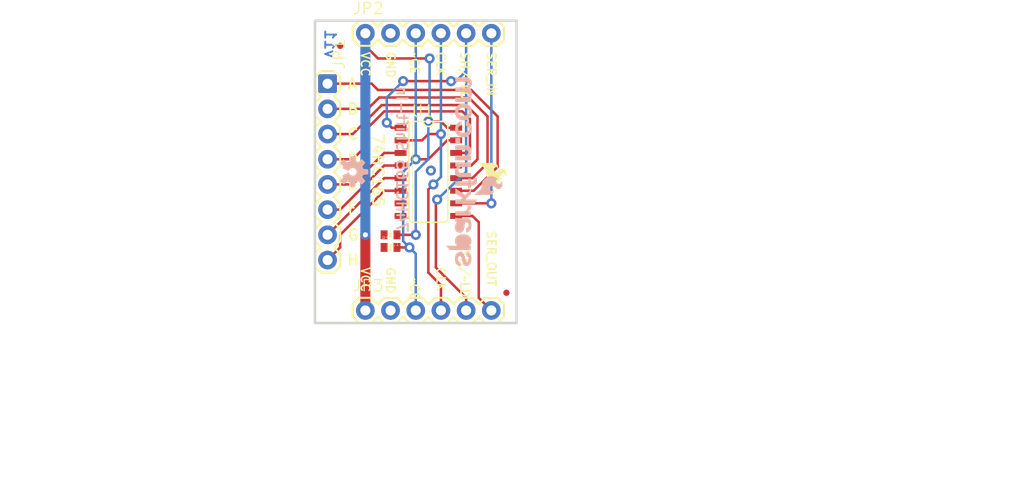
<source format=kicad_pcb>
(kicad_pcb (version 20211014) (generator pcbnew)
  (layers (0 "F.Cu" signal) (31 "B.Cu" signal) (34 "B.Paste" user) (35 "F.Paste" user) (36 "B.SilkS" user "B.Silkscreen") (37 "F.SilkS" user "F.Silkscreen") (38 "B.Mask" user) (39 "F.Mask" user) (44 "Edge.Cuts" user))
  (net 0 "")
  (net 1 "A")
  (net 2 "B")
  (net 3 "C")
  (net 4 "D")
  (net 5 "E")
  (net 6 "F")
  (net 7 "G")
  (net 8 "H")
  (net 9 "VCC")
  (net 10 "GND")
  (net 11 "SHIFT/~{LOAD}")
  (net 12 "CLK")
  (net 13 "~{CLK_ENABLE}")
  (net 14 "SERIAL_IN")
  (net 15 "SERIAL_OUT")
  (footprint "boardEagle:0402-RES" (layer "F.Cu") (at 145.9611 112.6236)
    (fp_text reference "R1" (at -0.889 -0.6985) (layer "F.SilkS") (effects (font (size 0.373888 0.373888) (thickness 0.032512)) (justify left bottom)))
    (fp_text value "10k")
    (pad "1" smd rect (at -0.65 0) (size 0.7 0.9) (layers "F.Cu" "F.Paste" "F.Mask") (net 10 "GND"))
    (pad "2" smd rect (at 0.65 0) (size 0.7 0.9) (layers "F.Cu" "F.Paste" "F.Mask") (net 13 "~{CLK_ENABLE}"))
  )
  (footprint "boardEagle:1X06" (layer "F.Cu") (at 143.4211 91.0336)
    (fp_text reference "JP2" (at -1.3462 -1.8288) (layer "F.SilkS") (effects (font (size 1.143 1.143) (thickness 0.127)) (justify left bottom)))
    (fp_text value "")
    (pad "1" thru_hole circle (at 0 0 90) (size 1.8796 1.8796) (drill 1.016) (layers *.Cu *.Mask) (net 9 "VCC"))
    (pad "2" thru_hole circle (at 2.54 0 90) (size 1.8796 1.8796) (drill 1.016) (layers *.Cu *.Mask) (net 10 "GND"))
    (pad "3" thru_hole circle (at 5.08 0 90) (size 1.8796 1.8796) (drill 1.016) (layers *.Cu *.Mask) (net 13 "~{CLK_ENABLE}"))
    (pad "4" thru_hole circle (at 7.62 0 90) (size 1.8796 1.8796) (drill 1.016) (layers *.Cu *.Mask) (net 12 "CLK"))
    (pad "5" thru_hole circle (at 10.16 0 90) (size 1.8796 1.8796) (drill 1.016) (layers *.Cu *.Mask) (net 11 "SHIFT/~{LOAD}"))
    (pad "6" thru_hole circle (at 12.7 0 90) (size 1.8796 1.8796) (drill 1.016) (layers *.Cu *.Mask) (net 14 "SERIAL_IN"))
  )
  (footprint "boardEagle:CREATIVE_COMMONS" (layer "F.Cu") (at 126.9111 136.7536)
    (fp_text reference "FRAME1" hide)
    (fp_text value "FRAME-LETTER" hide)
  )
  (footprint "boardEagle:MICRO-FIDUCIAL" (layer "F.Cu") (at 157.6451 117.1956)
    (fp_text reference "JP7" hide)
    (fp_text value "FIDUCIALUFIDUCIAL" hide)
    (pad "1" smd roundrect (at 0 0) (size 0.635 0.635) (layers "F.Cu" "F.Mask") (roundrect_rratio 0.5))
  )
  (footprint "boardEagle:MICRO-FIDUCIAL" (layer "F.Cu") (at 140.8811 92.3036)
    (fp_text reference "JP6" hide)
    (fp_text value "FIDUCIALUFIDUCIAL" hide)
    (pad "1" smd roundrect (at 0 0) (size 0.635 0.635) (layers "F.Cu" "F.Mask") (roundrect_rratio 0.5))
  )
  (footprint "boardEagle:0402-CAP" (layer "F.Cu") (at 145.9611 111.3536 180)
    (fp_text reference "C1" (at -0.889 -0.6985 180) (layer "F.SilkS") (effects (font (size 0.373888 0.373888) (thickness 0.032512)) (justify right top)))
    (fp_text value ".1uF")
    (pad "1" smd rect (at -0.65 0 180) (size 0.7 0.9) (layers "F.Cu" "F.Paste" "F.Mask") (net 9 "VCC"))
    (pad "2" smd rect (at 0.65 0 180) (size 0.7 0.9) (layers "F.Cu" "F.Paste" "F.Mask") (net 10 "GND"))
  )
  (footprint "boardEagle:1X08" (layer "F.Cu") (at 139.6111 96.1136 -90)
    (fp_text reference "JP1" (at -1.3462 -1.8288 -90) (layer "F.SilkS") (effects (font (size 1.143 1.143) (thickness 0.127)) (justify left bottom)))
    (fp_text value "")
    (pad "1" thru_hole rect (at 0 0) (size 1.8796 1.8796) (drill 1.016) (layers *.Cu *.Mask) (net 1 "A"))
    (pad "2" thru_hole circle (at 2.54 0) (size 1.8796 1.8796) (drill 1.016) (layers *.Cu *.Mask) (net 2 "B"))
    (pad "3" thru_hole circle (at 5.08 0) (size 1.8796 1.8796) (drill 1.016) (layers *.Cu *.Mask) (net 3 "C"))
    (pad "4" thru_hole circle (at 7.62 0) (size 1.8796 1.8796) (drill 1.016) (layers *.Cu *.Mask) (net 4 "D"))
    (pad "5" thru_hole circle (at 10.16 0) (size 1.8796 1.8796) (drill 1.016) (layers *.Cu *.Mask) (net 5 "E"))
    (pad "6" thru_hole circle (at 12.7 0) (size 1.8796 1.8796) (drill 1.016) (layers *.Cu *.Mask) (net 6 "F"))
    (pad "7" thru_hole circle (at 15.24 0) (size 1.8796 1.8796) (drill 1.016) (layers *.Cu *.Mask) (net 7 "G"))
    (pad "8" thru_hole circle (at 17.78 0) (size 1.8796 1.8796) (drill 1.016) (layers *.Cu *.Mask) (net 8 "H"))
  )
  (footprint "boardEagle:1X06" (layer "F.Cu") (at 143.4211 118.9736)
    (fp_text reference "JP3" (at -1.3462 -1.8288) (layer "F.SilkS") (effects (font (size 1.143 1.143) (thickness 0.127)) (justify left bottom)))
    (fp_text value "")
    (pad "1" thru_hole circle (at 0 0 90) (size 1.8796 1.8796) (drill 1.016) (layers *.Cu *.Mask) (net 9 "VCC"))
    (pad "2" thru_hole circle (at 2.54 0 90) (size 1.8796 1.8796) (drill 1.016) (layers *.Cu *.Mask) (net 10 "GND"))
    (pad "3" thru_hole circle (at 5.08 0 90) (size 1.8796 1.8796) (drill 1.016) (layers *.Cu *.Mask) (net 13 "~{CLK_ENABLE}"))
    (pad "4" thru_hole circle (at 7.62 0 90) (size 1.8796 1.8796) (drill 1.016) (layers *.Cu *.Mask) (net 12 "CLK"))
    (pad "5" thru_hole circle (at 10.16 0 90) (size 1.8796 1.8796) (drill 1.016) (layers *.Cu *.Mask) (net 11 "SHIFT/~{LOAD}"))
    (pad "6" thru_hole circle (at 12.7 0 90) (size 1.8796 1.8796) (drill 1.016) (layers *.Cu *.Mask) (net 15 "SERIAL_OUT"))
  )
  (footprint "boardEagle:SFE-LOGO-FLAME" (layer "F.Cu") (at 154.8511 104.1146 -90)
    (fp_text reference "JP4" hide)
    (fp_text value "LOGO-SFESK" hide)
  )
  (footprint "boardEagle:SO16" (layer "F.Cu") (at 149.7711 105.0036 -90)
    (fp_text reference "U1" (at -5.461 1.778) (layer "F.SilkS") (effects (font (size 1.143 1.143) (thickness 0.127)) (justify left bottom)))
    (fp_text value "74HC165D")
    (pad "1" smd rect (at -4.445 2.8 270) (size 0.6 1.2) (layers "F.Cu" "F.Paste" "F.Mask") (net 11 "SHIFT/~{LOAD}"))
    (pad "2" smd rect (at -3.175 2.8 270) (size 0.6 1.2) (layers "F.Cu" "F.Paste" "F.Mask") (net 12 "CLK"))
    (pad "3" smd rect (at -1.905 2.8 270) (size 0.6 1.2) (layers "F.Cu" "F.Paste" "F.Mask") (net 5 "E"))
    (pad "4" smd rect (at -0.635 2.8 270) (size 0.6 1.2) (layers "F.Cu" "F.Paste" "F.Mask") (net 6 "F"))
    (pad "5" smd rect (at 0.635 2.8 270) (size 0.6 1.2) (layers "F.Cu" "F.Paste" "F.Mask") (net 7 "G"))
    (pad "6" smd rect (at 1.905 2.8 270) (size 0.6 1.2) (layers "F.Cu" "F.Paste" "F.Mask") (net 8 "H"))
    (pad "7" smd rect (at 3.175 2.8 270) (size 0.6 1.2) (layers "F.Cu" "F.Paste" "F.Mask"))
    (pad "8" smd rect (at 4.445 2.8 270) (size 0.6 1.2) (layers "F.Cu" "F.Paste" "F.Mask") (net 10 "GND"))
    (pad "9" smd rect (at 4.445 -2.8 270) (size 0.6 1.2) (layers "F.Cu" "F.Paste" "F.Mask") (net 15 "SERIAL_OUT"))
    (pad "10" smd rect (at 3.175 -2.8 270) (size 0.6 1.2) (layers "F.Cu" "F.Paste" "F.Mask") (net 14 "SERIAL_IN"))
    (pad "11" smd rect (at 1.905 -2.8 270) (size 0.6 1.2) (layers "F.Cu" "F.Paste" "F.Mask") (net 1 "A"))
    (pad "12" smd rect (at 0.635 -2.8 270) (size 0.6 1.2) (layers "F.Cu" "F.Paste" "F.Mask") (net 2 "B"))
    (pad "13" smd rect (at -0.635 -2.8 270) (size 0.6 1.2) (layers "F.Cu" "F.Paste" "F.Mask") (net 3 "C"))
    (pad "14" smd rect (at -1.905 -2.8 270) (size 0.6 1.2) (layers "F.Cu" "F.Paste" "F.Mask") (net 4 "D"))
    (pad "15" smd rect (at -3.175 -2.8 270) (size 0.6 1.2) (layers "F.Cu" "F.Paste" "F.Mask") (net 13 "~{CLK_ENABLE}"))
    (pad "16" smd rect (at -4.445 -2.8 270) (size 0.6 1.2) (layers "F.Cu" "F.Paste" "F.Mask") (net 9 "VCC"))
  )
  (footprint "boardEagle:SFE-NEW-WEBLOGO" (layer "B.Cu") (at 151.5491 114.5286 90)
    (fp_text reference "JP5" hide)
    (fp_text value "LOGO-SFENEW" hide)
  )
  (footprint "boardEagle:OSHW-LOGO-S" (layer "B.Cu") (at 142.1511 105.0036 90)
    (fp_text reference "U$1" hide)
    (fp_text value "OSHW-LOGOS" hide)
  )
  (gr_line (start 138.3411 89.7636) (end 138.3411 120.2436) (layer "Edge.Cuts") (width 0.254))
  (gr_line (start 158.6611 120.2436) (end 158.6611 89.7636) (layer "Edge.Cuts") (width 0.254))
  (gr_line (start 138.3411 120.2436) (end 158.6611 120.2436) (layer "Edge.Cuts") (width 0.254))
  (gr_line (start 158.6611 89.7636) (end 138.3411 89.7636) (layer "Edge.Cuts") (width 0.254))
  (gr_text "v11" (at 140.5001 90.5256 -90) (layer "B.Cu") (effects (font (size 1.0795 1.0795) (thickness 0.1905)) (justify right top mirror)))
  (gr_text "74HC165 Shift-In" (at 147.7391 96.2406 -90) (layer "B.SilkS") (effects (font (size 1.0795 1.0795) (thickness 0.1905)) (justify right top mirror)))
  (gr_text "D" (at 141.5161 104.3686) (layer "F.SilkS") (effects (font (size 1.0795 1.0795) (thickness 0.1905)) (justify left bottom)))
  (gr_text "SER_OUT" (at 155.6131 110.8456 270) (layer "F.SilkS") (effects (font (size 0.8636 0.8636) (thickness 0.1524)) (justify left bottom)))
  (gr_text "74HC165" (at 144.0561 101.0666 270) (layer "F.SilkS") (effects (font (size 1.0795 1.0795) (thickness 0.1905)) (justify left bottom)))
  (gr_text "CLK" (at 150.5331 114.5286 270) (layer "F.SilkS") (effects (font (size 0.8636 0.8636) (thickness 0.1524)) (justify left bottom)))
  (gr_text "~CE" (at 147.8661 115.5446 270) (layer "F.SilkS") (effects (font (size 0.8636 0.8636) (thickness 0.1524)) (justify left bottom)))
  (gr_text "~CE" (at 147.8661 92.8116 270) (layer "F.SilkS") (effects (font (size 0.8636 0.8636) (thickness 0.1524)) (justify left bottom)))
  (gr_text "CLK" (at 150.5331 92.8116 270) (layer "F.SilkS") (effects (font (size 0.8636 0.8636) (thickness 0.1524)) (justify left bottom)))
  (gr_text "A" (at 141.5161 96.7486) (layer "F.SilkS") (effects (font (size 1.0795 1.0795) (thickness 0.1905)) (justify left bottom)))
  (gr_text "F" (at 141.5161 109.3216) (layer "F.SilkS") (effects (font (size 1.0795 1.0795) (thickness 0.1905)) (justify left bottom)))
  (gr_text "C" (at 141.5161 101.8286) (layer "F.SilkS") (effects (font (size 1.0795 1.0795) (thickness 0.1905)) (justify left bottom)))
  (gr_text "H" (at 141.5161 114.5286) (layer "F.SilkS") (effects (font (size 1.0795 1.0795) (thickness 0.1905)) (justify left bottom)))
  (gr_text "VCC" (at 142.9131 114.5286 270) (layer "F.SilkS") (effects (font (size 0.8636 0.8636) (thickness 0.1524)) (justify left bottom)))
  (gr_text "SH/~LD" (at 152.9461 92.8116 270) (layer "F.SilkS") (effects (font (size 0.8636 0.8636) (thickness 0.1524)) (justify left bottom)))
  (gr_text "E" (at 141.5161 106.9086) (layer "F.SilkS") (effects (font (size 1.0795 1.0795) (thickness 0.1905)) (justify left bottom)))
  (gr_text "GND" (at 145.4531 92.8116 270) (layer "F.SilkS") (effects (font (size 0.8636 0.8636) (thickness 0.1524)) (justify left bottom)))
  (gr_text "G" (at 141.5161 111.9886) (layer "F.SilkS") (effects (font (size 1.0795 1.0795) (thickness 0.1905)) (justify left bottom)))
  (gr_text "B" (at 141.5161 99.2886) (layer "F.SilkS") (effects (font (size 1.0795 1.0795) (thickness 0.1905)) (justify left bottom)))
  (gr_text "GND" (at 145.4531 114.5286 270) (layer "F.SilkS") (effects (font (size 0.8636 0.8636) (thickness 0.1524)) (justify left bottom)))
  (gr_text "SH/~LD" (at 152.9461 112.7506 270) (layer "F.SilkS") (effects (font (size 0.8636 0.8636) (thickness 0.1524)) (justify left bottom)))
  (gr_text "SER_IN" (at 155.6131 92.8116 270) (layer "F.SilkS") (effects (font (size 0.8636 0.8636) (thickness 0.1524)) (justify left bottom)))
  (gr_text "VCC" (at 142.9131 92.8116 270) (layer "F.SilkS") (effects (font (size 0.8636 0.8636) (thickness 0.1524)) (justify left bottom)))
  (segment (start 154.0891 96.7486) (end 144.6911 96.7486) (width 0.254) (layer "F.Cu") (net 1))
  (segment (start 144.6911 96.7486) (end 144.0561 96.1136) (width 0.254) (layer "F.Cu") (net 1))
  (segment (start 156.7561 99.4156) (end 154.0891 96.7486) (width 0.254) (layer "F.Cu") (net 1))
  (segment (start 154.3431 106.9086) (end 156.7561 104.4956) (width 0.254) (layer "F.Cu") (net 1))
  (segment (start 144.0561 96.1136) (end 139.6111 96.1136) (width 0.254) (layer "F.Cu") (net 1))
  (segment (start 156.7561 104.4956) (end 156.7561 99.4156) (width 0.254) (layer "F.Cu") (net 1))
  (segment (start 152.5711 106.9086) (end 154.3431 106.9086) (width 0.254) (layer "F.Cu") (net 1))
  (segment (start 154.2161 105.6386) (end 155.7401 104.1146) (width 0.254) (layer "F.Cu") (net 2))
  (segment (start 144.8181 97.5106) (end 143.6751 98.6536) (width 0.254) (layer "F.Cu") (net 2))
  (segment (start 155.7401 99.4156) (end 153.8351 97.5106) (width 0.254) (layer "F.Cu") (net 2))
  (segment (start 155.7401 104.1146) (end 155.7401 99.4156) (width 0.254) (layer "F.Cu") (net 2))
  (segment (start 152.5711 105.6386) (end 154.2161 105.6386) (width 0.254) (layer "F.Cu") (net 2))
  (segment (start 153.8351 97.5106) (end 144.8181 97.5106) (width 0.254) (layer "F.Cu") (net 2))
  (segment (start 143.6751 98.6536) (end 139.6111 98.6536) (width 0.254) (layer "F.Cu") (net 2))
  (segment (start 154.0891 104.3686) (end 154.7241 103.7336) (width 0.254) (layer "F.Cu") (net 3))
  (segment (start 154.7241 99.4156) (end 153.5811 98.2726) (width 0.254) (layer "F.Cu") (net 3))
  (segment (start 142.1511 101.1936) (end 139.6111 101.1936) (width 0.254) (layer "F.Cu") (net 3))
  (segment (start 153.5811 98.2726) (end 145.0721 98.2726) (width 0.254) (layer "F.Cu") (net 3))
  (segment (start 145.0721 98.2726) (end 142.1511 101.1936) (width 0.254) (layer "F.Cu") (net 3))
  (segment (start 154.7241 103.7336) (end 154.7241 99.4156) (width 0.254) (layer "F.Cu") (net 3))
  (segment (start 152.5711 104.3686) (end 154.0891 104.3686) (width 0.254) (layer "F.Cu") (net 3))
  (segment (start 143.4211 102.4636) (end 142.1511 103.7336) (width 0.254) (layer "F.Cu") (net 4))
  (segment (start 142.1511 103.7336) (end 139.6111 103.7336) (width 0.254) (layer "F.Cu") (net 4))
  (segment (start 153.9621 99.6696) (end 153.2001 98.9076) (width 0.254) (layer "F.Cu") (net 4))
  (segment (start 153.9621 102.8446) (end 153.9621 99.6696) (width 0.254) (layer "F.Cu") (net 4))
  (segment (start 153.7081 103.0986) (end 153.9621 102.8446) (width 0.254) (layer "F.Cu") (net 4))
  (segment (start 143.4211 100.8126) (end 143.4211 102.4636) (width 0.254) (layer "F.Cu") (net 4))
  (segment (start 152.5711 103.0986) (end 153.7081 103.0986) (width 0.254) (layer "F.Cu") (net 4))
  (segment (start 153.2001 98.9076) (end 145.3261 98.9076) (width 0.254) (layer "F.Cu") (net 4))
  (segment (start 145.3261 98.9076) (end 143.4211 100.8126) (width 0.254) (layer "F.Cu") (net 4))
  (segment (start 146.9711 103.0986) (end 145.3261 103.0986) (width 0.254) (layer "F.Cu") (net 5))
  (segment (start 142.1511 106.2736) (end 139.6111 106.2736) (width 0.254) (layer "F.Cu") (net 5))
  (segment (start 145.3261 103.0986) (end 142.1511 106.2736) (width 0.254) (layer "F.Cu") (net 5))
  (segment (start 140.8811 108.8136) (end 139.6111 108.8136) (width 0.254) (layer "F.Cu") (net 6))
  (segment (start 145.3261 104.3686) (end 140.8811 108.8136) (width 0.254) (layer "F.Cu") (net 6))
  (segment (start 146.9711 104.3686) (end 145.3261 104.3686) (width 0.254) (layer "F.Cu") (net 6))
  (segment (start 145.3261 105.6386) (end 139.6111 111.3536) (width 0.254) (layer "F.Cu") (net 7))
  (segment (start 146.9711 105.6386) (end 145.3261 105.6386) (width 0.254) (layer "F.Cu") (net 7))
  (segment (start 140.8811 111.3536) (end 140.8811 112.6236) (width 0.254) (layer "F.Cu") (net 8))
  (segment (start 145.3261 106.9086) (end 140.8811 111.3536) (width 0.254) (layer "F.Cu") (net 8))
  (segment (start 146.9711 106.9086) (end 145.3261 106.9086) (width 0.254) (layer "F.Cu") (net 8))
  (segment (start 140.8811 112.6236) (end 139.6111 113.8936) (width 0.254) (layer "F.Cu") (net 8))
  (segment (start 152.5711 100.5586) (end 151.6761 100.5586) (width 0.254) (layer "F.Cu") (net 9))
  (segment (start 143.4211 92.3036) (end 143.4211 91.0336) (width 0.254) (layer "F.Cu") (net 9))
  (segment (start 143.4211 118.9736) (end 143.4211 111.3536) (width 1.016) (layer "F.Cu") (net 9))
  (segment (start 151.6761 100.5586) (end 151.0411 99.9236) (width 0.254) (layer "F.Cu") (net 9))
  (segment (start 144.6911 93.5736) (end 143.4211 92.3036) (width 0.254) (layer "F.Cu") (net 9))
  (segment (start 146.6111 111.3536) (end 148.5011 111.3536) (width 0.254) (layer "F.Cu") (net 9))
  (segment (start 149.8981 93.5736) (end 144.6911 93.5736) (width 0.254) (layer "F.Cu") (net 9))
  (segment (start 151.0411 99.9236) (end 149.7711 99.9236) (width 0.254) (layer "F.Cu") (net 9))
  (via (at 143.4211 111.3536) (size 1.016) (drill 0.508) (layers "F.Cu" "B.Cu") (net 9))
  (via (at 148.5011 111.3536) (size 1.016) (drill 0.508) (layers "F.Cu" "B.Cu") (net 9))
  (via (at 149.7711 99.9236) (size 1.016) (drill 0.508) (layers "F.Cu" "B.Cu") (net 9))
  (via (at 149.8981 93.5736) (size 1.016) (drill 0.508) (layers "F.Cu" "B.Cu") (net 9))
  (segment (start 148.5011 105.0036) (end 149.7711 103.7336) (width 0.254) (layer "B.Cu") (net 9))
  (segment (start 149.8981 93.5736) (end 149.8981 99.7966) (width 0.254) (layer "B.Cu") (net 9))
  (segment (start 148.5011 105.0036) (end 148.5011 111.3536) (width 0.254) (layer "B.Cu") (net 9))
  (segment (start 149.7711 99.9236) (end 149.7711 103.7336) (width 0.254) (layer "B.Cu") (net 9))
  (segment (start 143.4211 91.0336) (end 143.4211 111.3536) (width 1.016) (layer "B.Cu") (net 9))
  (segment (start 149.8981 99.7966) (end 149.7711 99.9236) (width 0.254) (layer "B.Cu") (net 9))
  (via (at 150.0251 104.8766) (size 1.016) (drill 0.508) (layers "F.Cu" "B.Cu") (net 10))
  (segment (start 146.9711 100.5586) (end 146.0881 100.5586) (width 0.254) (layer "F.Cu") (net 11))
  (segment (start 150.5331 107.9246) (end 150.6601 107.7976) (width 0.254) (layer "F.Cu") (net 11))
  (segment (start 150.5331 114.6556) (end 150.5331 107.9246) (width 0.254) (layer "F.Cu") (net 11))
  (segment (start 146.0881 100.5586) (end 145.5801 100.0506) (width 0.254) (layer "F.Cu") (net 11))
  (segment (start 153.5811 117.7036) (end 153.5811 118.9736) (width 0.254) (layer "F.Cu") (net 11))
  (segment (start 147.2311 95.8596) (end 152.0571 95.8596) (width 0.254) (layer "F.Cu") (net 11))
  (segment (start 150.5331 114.6556) (end 153.5811 117.7036) (width 0.254) (layer "F.Cu") (net 11))
  (via (at 150.6601 107.7976) (size 1.016) (drill 0.508) (layers "F.Cu" "B.Cu") (net 11))
  (via (at 145.5801 100.0506) (size 1.016) (drill 0.508) (layers "F.Cu" "B.Cu") (net 11))
  (via (at 152.0571 95.8596) (size 1.016) (drill 0.508) (layers "F.Cu" "B.Cu") (net 11))
  (via (at 147.2311 95.8596) (size 1.016) (drill 0.508) (layers "F.Cu" "B.Cu") (net 11))
  (segment (start 145.5801 97.5106) (end 145.5801 100.0506) (width 0.254) (layer "B.Cu") (net 11))
  (segment (start 147.2311 95.8596) (end 145.5801 97.5106) (width 0.254) (layer "B.Cu") (net 11))
  (segment (start 152.0571 95.8596) (end 152.5651 95.8596) (width 0.254) (layer "B.Cu") (net 11))
  (segment (start 153.5811 91.0336) (end 153.5811 94.8436) (width 0.254) (layer "B.Cu") (net 11))
  (segment (start 153.5811 94.8436) (end 153.5811 105.0036) (width 0.254) (layer "B.Cu") (net 11))
  (segment (start 153.5811 105.0036) (end 150.6601 107.7976) (width 0.254) (layer "B.Cu") (net 11))
  (segment (start 152.5651 95.8596) (end 153.5811 94.8436) (width 0.254) (layer "B.Cu") (net 11))
  (segment (start 149.1361 101.8286) (end 149.7711 101.1936) (width 0.254) (layer "F.Cu") (net 12))
  (segment (start 146.9711 101.8286) (end 149.1361 101.8286) (width 0.254) (layer "F.Cu") (net 12))
  (segment (start 149.7711 101.1936) (end 151.0411 101.1936) (width 0.254) (layer "F.Cu") (net 12))
  (segment (start 149.7711 115.1636) (end 149.7711 106.7816) (width 0.254) (layer "F.Cu") (net 12))
  (segment (start 151.0411 116.4336) (end 151.0411 118.9736) (width 0.254) (layer "F.Cu") (net 12))
  (segment (start 149.7711 115.1636) (end 151.0411 116.4336) (width 0.254) (layer "F.Cu") (net 12))
  (segment (start 149.7711 106.7816) (end 150.2791 106.2736) (width 0.254) (layer "F.Cu") (net 12))
  (via (at 151.0411 101.1936) (size 1.016) (drill 0.508) (layers "F.Cu" "B.Cu") (net 12))
  (via (at 150.2791 106.2736) (size 1.016) (drill 0.508) (layers "F.Cu" "B.Cu") (net 12))
  (segment (start 151.0411 91.0336) (end 151.0411 101.1936) (width 0.254) (layer "B.Cu") (net 12))
  (segment (start 150.2791 106.2736) (end 151.0411 105.5116) (width 0.254) (layer "B.Cu") (net 12))
  (segment (start 151.0411 101.1936) (end 151.0411 105.5116) (width 0.254) (layer "B.Cu") (net 12))
  (segment (start 152.5711 101.8286) (end 151.6761 101.8286) (width 0.254) (layer "F.Cu") (net 13))
  (segment (start 149.7711 103.7336) (end 148.5011 103.7336) (width 0.254) (layer "F.Cu") (net 13))
  (segment (start 151.6761 101.8286) (end 149.7711 103.7336) (width 0.254) (layer "F.Cu") (net 13))
  (segment (start 147.8661 112.6236) (end 146.6111 112.6236) (width 0.254) (layer "F.Cu") (net 13))
  (via (at 147.8661 112.6236) (size 1.016) (drill 0.508) (layers "F.Cu" "B.Cu") (net 13))
  (via (at 148.5011 103.7336) (size 1.016) (drill 0.508) (layers "F.Cu" "B.Cu") (net 13))
  (segment (start 147.2311 111.9886) (end 147.8661 112.6236) (width 0.254) (layer "B.Cu") (net 13))
  (segment (start 147.2311 105.0036) (end 147.2311 111.9886) (width 0.254) (layer "B.Cu") (net 13))
  (segment (start 148.5011 113.2586) (end 147.8661 112.6236) (width 0.254) (layer "B.Cu") (net 13))
  (segment (start 148.5011 118.9736) (end 148.5011 113.2586) (width 0.254) (layer "B.Cu") (net 13))
  (segment (start 148.5011 91.0336) (end 148.5011 103.7336) (width 0.254) (layer "B.Cu") (net 13))
  (segment (start 148.5011 103.7336) (end 147.2311 105.0036) (width 0.254) (layer "B.Cu") (net 13))
  (segment (start 152.5711 108.1786) (end 156.1211 108.1786) (width 0.254) (layer "F.Cu") (net 14))
  (via (at 156.1211 108.1786) (size 1.016) (drill 0.508) (layers "F.Cu" "B.Cu") (net 14))
  (segment (start 156.1211 108.1786) (end 156.1211 91.0336) (width 0.254) (layer "B.Cu") (net 14))
  (segment (start 154.2161 109.4486) (end 154.8511 110.0836) (width 0.254) (layer "F.Cu") (net 15))
  (segment (start 154.8511 117.7036) (end 156.1211 118.9736) (width 0.254) (layer "F.Cu") (net 15))
  (segment (start 152.5711 109.4486) (end 154.2161 109.4486) (width 0.254) (layer "F.Cu") (net 15))
  (segment (start 154.8511 110.0836) (end 154.8511 117.7036) (width 0.254) (layer "F.Cu") (net 15))
)
</source>
